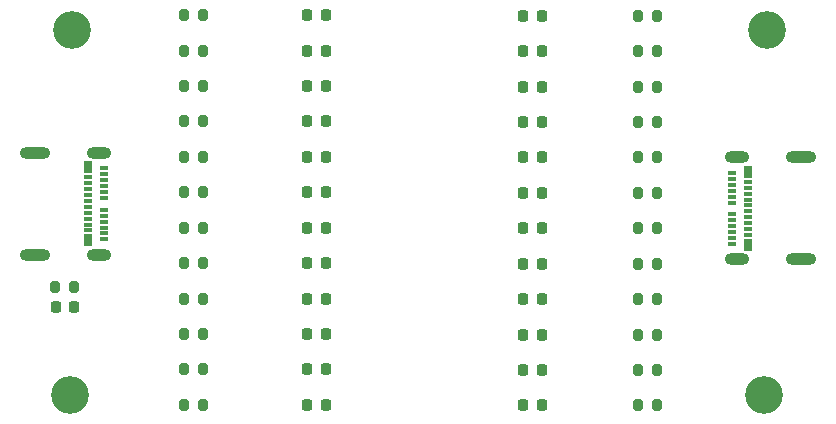
<source format=gbr>
%TF.GenerationSoftware,KiCad,Pcbnew,7.0.10*%
%TF.CreationDate,2024-01-25T20:05:25+00:00*%
%TF.ProjectId,USB-tester,5553422d-7465-4737-9465-722e6b696361,rev?*%
%TF.SameCoordinates,Original*%
%TF.FileFunction,Soldermask,Top*%
%TF.FilePolarity,Negative*%
%FSLAX46Y46*%
G04 Gerber Fmt 4.6, Leading zero omitted, Abs format (unit mm)*
G04 Created by KiCad (PCBNEW 7.0.10) date 2024-01-25 20:05:25*
%MOMM*%
%LPD*%
G01*
G04 APERTURE LIST*
G04 Aperture macros list*
%AMRoundRect*
0 Rectangle with rounded corners*
0 $1 Rounding radius*
0 $2 $3 $4 $5 $6 $7 $8 $9 X,Y pos of 4 corners*
0 Add a 4 corners polygon primitive as box body*
4,1,4,$2,$3,$4,$5,$6,$7,$8,$9,$2,$3,0*
0 Add four circle primitives for the rounded corners*
1,1,$1+$1,$2,$3*
1,1,$1+$1,$4,$5*
1,1,$1+$1,$6,$7*
1,1,$1+$1,$8,$9*
0 Add four rect primitives between the rounded corners*
20,1,$1+$1,$2,$3,$4,$5,0*
20,1,$1+$1,$4,$5,$6,$7,0*
20,1,$1+$1,$6,$7,$8,$9,0*
20,1,$1+$1,$8,$9,$2,$3,0*%
G04 Aperture macros list end*
%ADD10RoundRect,0.200000X0.200000X0.275000X-0.200000X0.275000X-0.200000X-0.275000X0.200000X-0.275000X0*%
%ADD11RoundRect,0.218750X0.218750X0.256250X-0.218750X0.256250X-0.218750X-0.256250X0.218750X-0.256250X0*%
%ADD12RoundRect,0.200000X-0.200000X-0.275000X0.200000X-0.275000X0.200000X0.275000X-0.200000X0.275000X0*%
%ADD13RoundRect,0.218750X-0.218750X-0.256250X0.218750X-0.256250X0.218750X0.256250X-0.218750X0.256250X0*%
%ADD14C,3.200000*%
%ADD15O,2.100000X1.000000*%
%ADD16O,2.600000X1.000000*%
%ADD17R,0.800000X0.300000*%
%ADD18R,0.700000X1.000000*%
%ADD19R,0.700000X0.300000*%
G04 APERTURE END LIST*
D10*
%TO.C,R9*%
X148373600Y-94107800D03*
X146723600Y-94107800D03*
%TD*%
D11*
%TO.C,B2*%
X157174900Y-115110000D03*
X158749900Y-115110000D03*
%TD*%
D10*
%TO.C,R6*%
X148373600Y-103107800D03*
X146723600Y-103107800D03*
%TD*%
D11*
%TO.C,B8*%
X157174900Y-97110000D03*
X158749900Y-97110000D03*
%TD*%
D12*
%TO.C,R19*%
X185153800Y-103158900D03*
X186803800Y-103158900D03*
%TD*%
D13*
%TO.C,A4*%
X175463000Y-94161200D03*
X177038000Y-94161200D03*
%TD*%
D10*
%TO.C,R3*%
X148373500Y-112107800D03*
X146723500Y-112107800D03*
%TD*%
%TO.C,R7*%
X148373600Y-100107800D03*
X146723600Y-100107800D03*
%TD*%
D13*
%TO.C,A10*%
X177038100Y-112161200D03*
X175463100Y-112161200D03*
%TD*%
%TO.C,A9*%
X175463000Y-109161200D03*
X177038000Y-109161200D03*
%TD*%
D14*
%TO.C,H3*%
X196113400Y-86360000D03*
%TD*%
D15*
%TO.C,USBC1*%
X139497900Y-96772000D03*
D16*
X134137900Y-96772000D03*
D15*
X139497900Y-105412000D03*
D16*
X134137900Y-105412000D03*
D17*
X139957900Y-98092000D03*
X139957900Y-98592000D03*
X139957900Y-99092000D03*
X139957900Y-99592000D03*
X139957900Y-100092000D03*
X139957900Y-100592000D03*
X139957900Y-101592000D03*
X139957900Y-102092000D03*
X139957900Y-102592000D03*
X139957900Y-103092000D03*
X139957900Y-103592000D03*
X139957900Y-104092000D03*
D18*
X138607900Y-104192000D03*
D19*
X138607900Y-103342000D03*
X138607900Y-102842000D03*
X138607900Y-102342000D03*
X138607900Y-101842000D03*
X138607900Y-101342000D03*
X138607900Y-100842000D03*
X138607900Y-100342000D03*
X138607900Y-99842000D03*
X138607900Y-99342000D03*
X138607900Y-98842000D03*
D18*
X138607900Y-97992000D03*
%TD*%
D10*
%TO.C,R11*%
X148373600Y-88107800D03*
X146723600Y-88107800D03*
%TD*%
D11*
%TO.C,B12*%
X157175000Y-85110000D03*
X158750000Y-85110000D03*
%TD*%
D13*
%TO.C,A2*%
X175463100Y-88161200D03*
X177038100Y-88161200D03*
%TD*%
D12*
%TO.C,R15*%
X185153900Y-91158900D03*
X186803900Y-91158900D03*
%TD*%
D11*
%TO.C,B1*%
X157175000Y-118110000D03*
X158750000Y-118110000D03*
%TD*%
D10*
%TO.C,R10*%
X148373600Y-91107800D03*
X146723600Y-91107800D03*
%TD*%
D12*
%TO.C,R24*%
X185153800Y-118158900D03*
X186803800Y-118158900D03*
%TD*%
D13*
%TO.C,A3*%
X175463000Y-91161200D03*
X177038000Y-91161200D03*
%TD*%
D11*
%TO.C,B6*%
X157175000Y-103110000D03*
X158750000Y-103110000D03*
%TD*%
D10*
%TO.C,R2*%
X148373600Y-115107800D03*
X146723600Y-115107800D03*
%TD*%
D12*
%TO.C,R13*%
X185153800Y-85158900D03*
X186803800Y-85158900D03*
%TD*%
%TO.C,R14*%
X185153800Y-88158900D03*
X186803800Y-88158900D03*
%TD*%
D10*
%TO.C,R8*%
X148373600Y-97107800D03*
X146723600Y-97107800D03*
%TD*%
D11*
%TO.C,B5*%
X157175000Y-106110000D03*
X158750000Y-106110000D03*
%TD*%
D10*
%TO.C,R25*%
X135801500Y-108153200D03*
X137451500Y-108153200D03*
%TD*%
D13*
%TO.C,A1*%
X177038100Y-85161200D03*
X175463100Y-85161200D03*
%TD*%
D12*
%TO.C,R21*%
X185153900Y-109158900D03*
X186803900Y-109158900D03*
%TD*%
D13*
%TO.C,A7*%
X175463000Y-103161200D03*
X177038000Y-103161200D03*
%TD*%
D12*
%TO.C,R16*%
X185153900Y-94158900D03*
X186803900Y-94158900D03*
%TD*%
%TO.C,R17*%
X185153900Y-97158900D03*
X186803900Y-97158900D03*
%TD*%
D11*
%TO.C,B10*%
X157175000Y-91110000D03*
X158750000Y-91110000D03*
%TD*%
%TO.C,B9*%
X157175000Y-94110000D03*
X158750000Y-94110000D03*
%TD*%
D10*
%TO.C,R4*%
X148373600Y-109107800D03*
X146723600Y-109107800D03*
%TD*%
D13*
%TO.C,A11*%
X175463000Y-115161200D03*
X177038000Y-115161200D03*
%TD*%
D15*
%TO.C,USBC2*%
X193572400Y-105798400D03*
D16*
X198932400Y-105798400D03*
D15*
X193572400Y-97158400D03*
D16*
X198932400Y-97158400D03*
D17*
X193112400Y-104478400D03*
X193112400Y-103978400D03*
X193112400Y-103478400D03*
X193112400Y-102978400D03*
X193112400Y-102478400D03*
X193112400Y-101978400D03*
X193112400Y-100978400D03*
X193112400Y-100478400D03*
X193112400Y-99978400D03*
X193112400Y-99478400D03*
X193112400Y-98978400D03*
X193112400Y-98478400D03*
D18*
X194462400Y-98378400D03*
D19*
X194462400Y-99228400D03*
X194462400Y-99728400D03*
X194462400Y-100228400D03*
X194462400Y-100728400D03*
X194462400Y-101228400D03*
X194462400Y-101728400D03*
X194462400Y-102228400D03*
X194462400Y-102728400D03*
X194462400Y-103228400D03*
X194462400Y-103728400D03*
D18*
X194462400Y-104578400D03*
%TD*%
D12*
%TO.C,R18*%
X185153900Y-100158900D03*
X186803900Y-100158900D03*
%TD*%
D14*
%TO.C,H4*%
X195834000Y-117271800D03*
%TD*%
D13*
%TO.C,A6*%
X175463000Y-100161200D03*
X177038000Y-100161200D03*
%TD*%
%TO.C,A12*%
X175463100Y-118161200D03*
X177038100Y-118161200D03*
%TD*%
D10*
%TO.C,R12*%
X148373600Y-85107800D03*
X146723600Y-85107800D03*
%TD*%
D14*
%TO.C,H1*%
X137287000Y-86410800D03*
%TD*%
D12*
%TO.C,R20*%
X185153900Y-106158900D03*
X186803900Y-106158900D03*
%TD*%
D11*
%TO.C,B11*%
X157175000Y-88110000D03*
X158750000Y-88110000D03*
%TD*%
%TO.C,B3*%
X157175000Y-112110000D03*
X158750000Y-112110000D03*
%TD*%
D14*
%TO.C,H2*%
X137058400Y-117271800D03*
%TD*%
D13*
%TO.C,A5*%
X175463000Y-97161200D03*
X177038000Y-97161200D03*
%TD*%
%TO.C,A8*%
X175463000Y-106161200D03*
X177038000Y-106161200D03*
%TD*%
D10*
%TO.C,R1*%
X148373600Y-118107700D03*
X146723600Y-118107700D03*
%TD*%
D11*
%TO.C,B4*%
X157175000Y-109110000D03*
X158750000Y-109110000D03*
%TD*%
D12*
%TO.C,R23*%
X185153800Y-115158900D03*
X186803800Y-115158900D03*
%TD*%
%TO.C,R22*%
X185153900Y-112158900D03*
X186803900Y-112158900D03*
%TD*%
D11*
%TO.C,B7*%
X157175000Y-100110000D03*
X158750000Y-100110000D03*
%TD*%
D13*
%TO.C,D25*%
X137439400Y-109855000D03*
X135864400Y-109855000D03*
%TD*%
D10*
%TO.C,R5*%
X148373500Y-106107800D03*
X146723500Y-106107800D03*
%TD*%
M02*

</source>
